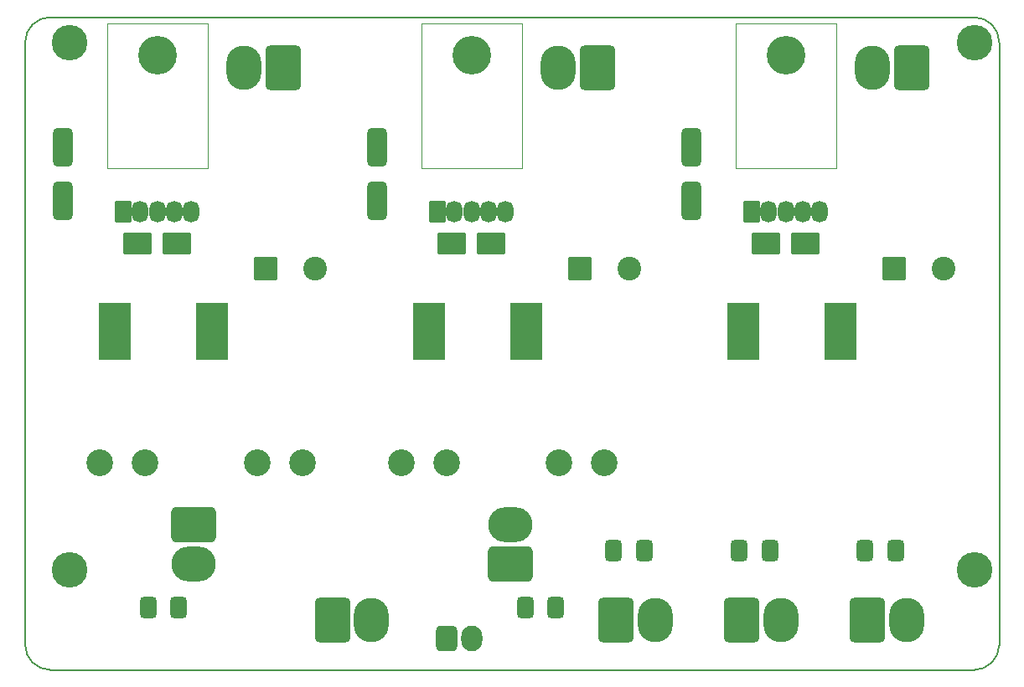
<source format=gbr>
G04 #@! TF.GenerationSoftware,KiCad,Pcbnew,6.0.4-6f826c9f35~116~ubuntu21.10.1*
G04 #@! TF.CreationDate,2022-04-21T21:11:02+02:00*
G04 #@! TF.ProjectId,Carte_Alim,43617274-655f-4416-9c69-6d2e6b696361,rev?*
G04 #@! TF.SameCoordinates,Original*
G04 #@! TF.FileFunction,Soldermask,Top*
G04 #@! TF.FilePolarity,Negative*
%FSLAX46Y46*%
G04 Gerber Fmt 4.6, Leading zero omitted, Abs format (unit mm)*
G04 Created by KiCad (PCBNEW 6.0.4-6f826c9f35~116~ubuntu21.10.1) date 2022-04-21 21:11:02*
%MOMM*%
%LPD*%
G01*
G04 APERTURE LIST*
G04 Aperture macros list*
%AMRoundRect*
0 Rectangle with rounded corners*
0 $1 Rounding radius*
0 $2 $3 $4 $5 $6 $7 $8 $9 X,Y pos of 4 corners*
0 Add a 4 corners polygon primitive as box body*
4,1,4,$2,$3,$4,$5,$6,$7,$8,$9,$2,$3,0*
0 Add four circle primitives for the rounded corners*
1,1,$1+$1,$2,$3*
1,1,$1+$1,$4,$5*
1,1,$1+$1,$6,$7*
1,1,$1+$1,$8,$9*
0 Add four rect primitives between the rounded corners*
20,1,$1+$1,$2,$3,$4,$5,0*
20,1,$1+$1,$4,$5,$6,$7,0*
20,1,$1+$1,$6,$7,$8,$9,0*
20,1,$1+$1,$8,$9,$2,$3,0*%
G04 Aperture macros list end*
%ADD10C,0.100000*%
G04 #@! TA.AperFunction,Profile*
%ADD11C,0.150000*%
G04 #@! TD*
%ADD12RoundRect,0.200000X1.450000X2.700000X-1.450000X2.700000X-1.450000X-2.700000X1.450000X-2.700000X0*%
%ADD13RoundRect,0.450000X-0.620000X-0.845000X0.620000X-0.845000X0.620000X0.845000X-0.620000X0.845000X0*%
%ADD14O,2.140000X2.590000*%
%ADD15RoundRect,0.450000X0.412500X0.650000X-0.412500X0.650000X-0.412500X-0.650000X0.412500X-0.650000X0*%
%ADD16C,3.600000*%
%ADD17RoundRect,0.450000X-1.330000X-1.800000X1.330000X-1.800000X1.330000X1.800000X-1.330000X1.800000X0*%
%ADD18O,3.560000X4.500000*%
%ADD19O,3.900000X3.900000*%
%ADD20RoundRect,0.200000X-0.637500X-0.900000X0.637500X-0.900000X0.637500X0.900000X-0.637500X0.900000X0*%
%ADD21O,1.675000X2.200000*%
%ADD22RoundRect,0.450000X0.550000X-1.500000X0.550000X1.500000X-0.550000X1.500000X-0.550000X-1.500000X0*%
%ADD23RoundRect,0.200000X-1.250000X-0.900000X1.250000X-0.900000X1.250000X0.900000X-1.250000X0.900000X0*%
%ADD24C,2.700000*%
%ADD25RoundRect,0.450000X-0.412500X-0.650000X0.412500X-0.650000X0.412500X0.650000X-0.412500X0.650000X0*%
%ADD26RoundRect,0.450000X-1.800000X1.330000X-1.800000X-1.330000X1.800000X-1.330000X1.800000X1.330000X0*%
%ADD27O,4.500000X3.560000*%
%ADD28RoundRect,0.200000X-1.000000X-1.000000X1.000000X-1.000000X1.000000X1.000000X-1.000000X1.000000X0*%
%ADD29C,2.400000*%
%ADD30RoundRect,0.450000X1.800000X-1.330000X1.800000X1.330000X-1.800000X1.330000X-1.800000X-1.330000X0*%
%ADD31RoundRect,0.450000X1.330000X1.800000X-1.330000X1.800000X-1.330000X-1.800000X1.330000X-1.800000X0*%
G04 APERTURE END LIST*
D10*
X156845000Y-67310000D02*
X167005000Y-67310000D01*
X167005000Y-67310000D02*
X167005000Y-81915000D01*
X167005000Y-81915000D02*
X156845000Y-81915000D01*
X156845000Y-81915000D02*
X156845000Y-67310000D01*
X93345000Y-67310000D02*
X103505000Y-67310000D01*
X103505000Y-67310000D02*
X103505000Y-81915000D01*
X103505000Y-81915000D02*
X93345000Y-81915000D01*
X93345000Y-81915000D02*
X93345000Y-67310000D01*
X125095000Y-67310000D02*
X135255000Y-67310000D01*
X135255000Y-67310000D02*
X135255000Y-81915000D01*
X135255000Y-81915000D02*
X125095000Y-81915000D01*
X125095000Y-81915000D02*
X125095000Y-67310000D01*
D11*
X183514999Y-130175001D02*
X183514999Y-69215001D01*
X180975000Y-132715000D02*
G75*
G03*
X183515000Y-130175000I0J2540000D01*
G01*
X180975000Y-66675000D02*
X87630000Y-66675000D01*
X87630000Y-132715000D02*
X180975000Y-132715000D01*
X183515000Y-69215000D02*
G75*
G03*
X180975000Y-66675000I-2540000J0D01*
G01*
X85090000Y-69215000D02*
X85090000Y-130175000D01*
X87630000Y-66675000D02*
G75*
G03*
X85090000Y-69215000I0J-2540000D01*
G01*
X85090000Y-130175000D02*
G75*
G03*
X87630000Y-132715000I2540000J0D01*
G01*
D12*
X104010000Y-98425000D03*
X94110000Y-98425000D03*
D13*
X127635000Y-129560000D03*
D14*
X130175000Y-129560000D03*
D15*
X173087500Y-120650000D03*
X169962500Y-120650000D03*
X147687500Y-120650000D03*
X144562500Y-120650000D03*
D16*
X180975000Y-122555000D03*
X89535000Y-122555000D03*
D17*
X170180000Y-127635000D03*
D18*
X174140000Y-127635000D03*
D19*
X98425000Y-70560000D03*
D20*
X95025000Y-86360000D03*
D21*
X96725000Y-86360000D03*
X98425000Y-86360000D03*
X100125000Y-86360000D03*
X101825000Y-86360000D03*
D22*
X88900000Y-85250000D03*
X88900000Y-79850000D03*
D12*
X167510000Y-98425000D03*
X157610000Y-98425000D03*
D17*
X144780000Y-127635000D03*
D18*
X148740000Y-127635000D03*
D15*
X100622500Y-126365000D03*
X97497500Y-126365000D03*
D23*
X128175000Y-89535000D03*
X132175000Y-89535000D03*
D24*
X97220000Y-111760000D03*
X92620000Y-111760000D03*
X113120000Y-111760000D03*
X108520000Y-111760000D03*
D17*
X116130000Y-127635000D03*
D18*
X120090000Y-127635000D03*
D25*
X135597500Y-126365000D03*
X138722500Y-126365000D03*
D19*
X130175000Y-70560000D03*
D20*
X126775000Y-86360000D03*
D21*
X128475000Y-86360000D03*
X130175000Y-86360000D03*
X131875000Y-86360000D03*
X133575000Y-86360000D03*
D26*
X102130000Y-118035000D03*
D27*
X102130000Y-121995000D03*
D24*
X143600000Y-111760000D03*
X139000000Y-111760000D03*
X123100000Y-111760000D03*
X127700000Y-111760000D03*
D28*
X172892323Y-92075000D03*
D29*
X177892323Y-92075000D03*
D15*
X160387500Y-120650000D03*
X157262500Y-120650000D03*
D19*
X161925000Y-70560000D03*
D20*
X158525000Y-86360000D03*
D21*
X160225000Y-86360000D03*
X161925000Y-86360000D03*
X163625000Y-86360000D03*
X165325000Y-86360000D03*
D23*
X159925000Y-89535000D03*
X163925000Y-89535000D03*
D12*
X135760000Y-98425000D03*
X125860000Y-98425000D03*
D30*
X134090000Y-121995000D03*
D27*
X134090000Y-118035000D03*
D28*
X141142323Y-92075000D03*
D29*
X146142323Y-92075000D03*
D28*
X109392323Y-92075000D03*
D29*
X114392323Y-92075000D03*
D31*
X174625000Y-71755000D03*
D18*
X170665000Y-71755000D03*
D16*
X180975000Y-69215000D03*
D23*
X96425000Y-89535000D03*
X100425000Y-89535000D03*
D22*
X152400000Y-85250000D03*
X152400000Y-79850000D03*
D31*
X111125000Y-71755000D03*
D18*
X107165000Y-71755000D03*
D22*
X120650000Y-85250000D03*
X120650000Y-79850000D03*
D17*
X157480000Y-127635000D03*
D18*
X161440000Y-127635000D03*
D16*
X89535000Y-69215000D03*
D31*
X142875000Y-71755000D03*
D18*
X138915000Y-71755000D03*
M02*

</source>
